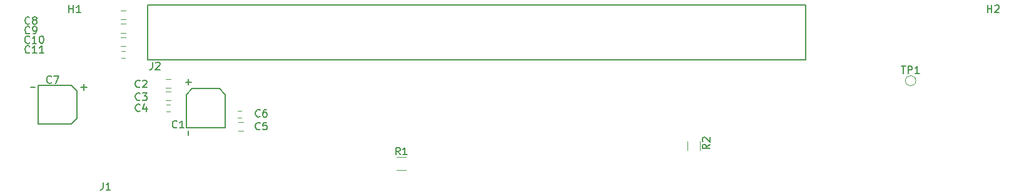
<source format=gbr>
G04 #@! TF.GenerationSoftware,KiCad,Pcbnew,(5.1.5)-3*
G04 #@! TF.CreationDate,2021-02-17T14:45:42+01:00*
G04 #@! TF.ProjectId,riser leopard 1OU,72697365-7220-46c6-956f-706172642031,rev?*
G04 #@! TF.SameCoordinates,PX4a62f80PY5f5e100*
G04 #@! TF.FileFunction,Legend,Top*
G04 #@! TF.FilePolarity,Positive*
%FSLAX46Y46*%
G04 Gerber Fmt 4.6, Leading zero omitted, Abs format (unit mm)*
G04 Created by KiCad (PCBNEW (5.1.5)-3) date 2021-02-17 14:45:42*
%MOMM*%
%LPD*%
G04 APERTURE LIST*
%ADD10C,0.150000*%
%ADD11C,0.120000*%
G04 APERTURE END LIST*
D10*
X9900000Y4790000D02*
X98900000Y4790000D01*
X98900000Y-2710000D02*
X98900000Y4790000D01*
X9900000Y-2710000D02*
X98900000Y-2710000D01*
X9900000Y4790000D02*
X9900000Y-2710000D01*
D11*
X44800420Y-17669600D02*
X43600420Y-17669600D01*
X43600420Y-15909600D02*
X44800420Y-15909600D01*
X84667840Y-13758880D02*
X84667840Y-14958880D01*
X82907840Y-14958880D02*
X82907840Y-13758880D01*
X12299300Y-5274900D02*
X12999300Y-5274900D01*
X12999300Y-6474900D02*
X12299300Y-6474900D01*
X12999300Y-8189400D02*
X12299300Y-8189400D01*
X12299300Y-6989400D02*
X12999300Y-6989400D01*
X12899300Y-8757700D02*
X12399300Y-8757700D01*
X12399300Y-9697700D02*
X12899300Y-9697700D01*
X22845100Y-12363000D02*
X22145100Y-12363000D01*
X22145100Y-11163000D02*
X22845100Y-11163000D01*
X22541900Y-9616600D02*
X22041900Y-9616600D01*
X22041900Y-10556600D02*
X22541900Y-10556600D01*
X6234280Y2183932D02*
X6934280Y2183932D01*
X6934280Y983932D02*
X6234280Y983932D01*
X6921580Y-854254D02*
X6221580Y-854254D01*
X6221580Y345746D02*
X6921580Y345746D01*
X6298720Y-2417440D02*
X6798720Y-2417440D01*
X6798720Y-1477440D02*
X6298720Y-1477440D01*
D10*
X15399600Y-6115400D02*
X15399600Y-5315400D01*
X14999600Y-5715400D02*
X15799600Y-5715400D01*
X20399600Y-11915400D02*
X15099600Y-11915400D01*
X20399600Y-7415400D02*
X19599600Y-6615400D01*
X15399600Y-12915400D02*
X15399600Y-12315400D01*
X15099600Y-7415400D02*
X15899600Y-6615400D01*
X20399600Y-11915400D02*
X20399600Y-7415400D01*
X19599600Y-6615400D02*
X15899600Y-6615400D01*
X15099600Y-11915400D02*
X15099600Y-7415400D01*
X-4968720Y-6125960D02*
X-468720Y-6125960D01*
X331280Y-10625960D02*
X331280Y-6925960D01*
X-4968720Y-11425960D02*
X-468720Y-11425960D01*
X-468720Y-6125960D02*
X331280Y-6925960D01*
X-5968720Y-6425960D02*
X-5368720Y-6425960D01*
X-468720Y-11425960D02*
X331280Y-10625960D01*
X-4968720Y-11425960D02*
X-4968720Y-6125960D01*
X1231280Y-6025960D02*
X1231280Y-6825960D01*
X831280Y-6425960D02*
X1631280Y-6425960D01*
D11*
X6934280Y2822120D02*
X6234280Y2822120D01*
X6234280Y4022120D02*
X6934280Y4022120D01*
X113842620Y-5534920D02*
G75*
G03X113842620Y-5534920I-700000J0D01*
G01*
D10*
X10541666Y-3002380D02*
X10541666Y-3716666D01*
X10494047Y-3859523D01*
X10398809Y-3954761D01*
X10255952Y-4002380D01*
X10160714Y-4002380D01*
X10970238Y-3097619D02*
X11017857Y-3050000D01*
X11113095Y-3002380D01*
X11351190Y-3002380D01*
X11446428Y-3050000D01*
X11494047Y-3097619D01*
X11541666Y-3192857D01*
X11541666Y-3288095D01*
X11494047Y-3430952D01*
X10922619Y-4002380D01*
X11541666Y-4002380D01*
X44033753Y-15591980D02*
X43700420Y-15115790D01*
X43462324Y-15591980D02*
X43462324Y-14591980D01*
X43843277Y-14591980D01*
X43938515Y-14639600D01*
X43986134Y-14687219D01*
X44033753Y-14782457D01*
X44033753Y-14925314D01*
X43986134Y-15020552D01*
X43938515Y-15068171D01*
X43843277Y-15115790D01*
X43462324Y-15115790D01*
X44986134Y-15591980D02*
X44414705Y-15591980D01*
X44700420Y-15591980D02*
X44700420Y-14591980D01*
X44605181Y-14734838D01*
X44509943Y-14830076D01*
X44414705Y-14877695D01*
X85952380Y-14166666D02*
X85476190Y-14500000D01*
X85952380Y-14738095D02*
X84952380Y-14738095D01*
X84952380Y-14357142D01*
X85000000Y-14261904D01*
X85047619Y-14214285D01*
X85142857Y-14166666D01*
X85285714Y-14166666D01*
X85380952Y-14214285D01*
X85428571Y-14261904D01*
X85476190Y-14357142D01*
X85476190Y-14738095D01*
X85047619Y-13785714D02*
X85000000Y-13738095D01*
X84952380Y-13642857D01*
X84952380Y-13404761D01*
X85000000Y-13309523D01*
X85047619Y-13261904D01*
X85142857Y-13214285D01*
X85238095Y-13214285D01*
X85380952Y-13261904D01*
X85952380Y-13833333D01*
X85952380Y-13214285D01*
X8833333Y-6357142D02*
X8785714Y-6404761D01*
X8642857Y-6452380D01*
X8547619Y-6452380D01*
X8404761Y-6404761D01*
X8309523Y-6309523D01*
X8261904Y-6214285D01*
X8214285Y-6023809D01*
X8214285Y-5880952D01*
X8261904Y-5690476D01*
X8309523Y-5595238D01*
X8404761Y-5500000D01*
X8547619Y-5452380D01*
X8642857Y-5452380D01*
X8785714Y-5500000D01*
X8833333Y-5547619D01*
X9214285Y-5547619D02*
X9261904Y-5500000D01*
X9357142Y-5452380D01*
X9595238Y-5452380D01*
X9690476Y-5500000D01*
X9738095Y-5547619D01*
X9785714Y-5642857D01*
X9785714Y-5738095D01*
X9738095Y-5880952D01*
X9166666Y-6452380D01*
X9785714Y-6452380D01*
X8833333Y-8107142D02*
X8785714Y-8154761D01*
X8642857Y-8202380D01*
X8547619Y-8202380D01*
X8404761Y-8154761D01*
X8309523Y-8059523D01*
X8261904Y-7964285D01*
X8214285Y-7773809D01*
X8214285Y-7630952D01*
X8261904Y-7440476D01*
X8309523Y-7345238D01*
X8404761Y-7250000D01*
X8547619Y-7202380D01*
X8642857Y-7202380D01*
X8785714Y-7250000D01*
X8833333Y-7297619D01*
X9166666Y-7202380D02*
X9785714Y-7202380D01*
X9452380Y-7583333D01*
X9595238Y-7583333D01*
X9690476Y-7630952D01*
X9738095Y-7678571D01*
X9785714Y-7773809D01*
X9785714Y-8011904D01*
X9738095Y-8107142D01*
X9690476Y-8154761D01*
X9595238Y-8202380D01*
X9309523Y-8202380D01*
X9214285Y-8154761D01*
X9166666Y-8107142D01*
X8833333Y-9607142D02*
X8785714Y-9654761D01*
X8642857Y-9702380D01*
X8547619Y-9702380D01*
X8404761Y-9654761D01*
X8309523Y-9559523D01*
X8261904Y-9464285D01*
X8214285Y-9273809D01*
X8214285Y-9130952D01*
X8261904Y-8940476D01*
X8309523Y-8845238D01*
X8404761Y-8750000D01*
X8547619Y-8702380D01*
X8642857Y-8702380D01*
X8785714Y-8750000D01*
X8833333Y-8797619D01*
X9690476Y-9035714D02*
X9690476Y-9702380D01*
X9452380Y-8654761D02*
X9214285Y-9369047D01*
X9833333Y-9369047D01*
X25083333Y-12107142D02*
X25035714Y-12154761D01*
X24892857Y-12202380D01*
X24797619Y-12202380D01*
X24654761Y-12154761D01*
X24559523Y-12059523D01*
X24511904Y-11964285D01*
X24464285Y-11773809D01*
X24464285Y-11630952D01*
X24511904Y-11440476D01*
X24559523Y-11345238D01*
X24654761Y-11250000D01*
X24797619Y-11202380D01*
X24892857Y-11202380D01*
X25035714Y-11250000D01*
X25083333Y-11297619D01*
X25988095Y-11202380D02*
X25511904Y-11202380D01*
X25464285Y-11678571D01*
X25511904Y-11630952D01*
X25607142Y-11583333D01*
X25845238Y-11583333D01*
X25940476Y-11630952D01*
X25988095Y-11678571D01*
X26035714Y-11773809D01*
X26035714Y-12011904D01*
X25988095Y-12107142D01*
X25940476Y-12154761D01*
X25845238Y-12202380D01*
X25607142Y-12202380D01*
X25511904Y-12154761D01*
X25464285Y-12107142D01*
X25083333Y-10357142D02*
X25035714Y-10404761D01*
X24892857Y-10452380D01*
X24797619Y-10452380D01*
X24654761Y-10404761D01*
X24559523Y-10309523D01*
X24511904Y-10214285D01*
X24464285Y-10023809D01*
X24464285Y-9880952D01*
X24511904Y-9690476D01*
X24559523Y-9595238D01*
X24654761Y-9500000D01*
X24797619Y-9452380D01*
X24892857Y-9452380D01*
X25035714Y-9500000D01*
X25083333Y-9547619D01*
X25940476Y-9452380D02*
X25750000Y-9452380D01*
X25654761Y-9500000D01*
X25607142Y-9547619D01*
X25511904Y-9690476D01*
X25464285Y-9880952D01*
X25464285Y-10261904D01*
X25511904Y-10357142D01*
X25559523Y-10404761D01*
X25654761Y-10452380D01*
X25845238Y-10452380D01*
X25940476Y-10404761D01*
X25988095Y-10357142D01*
X26035714Y-10261904D01*
X26035714Y-10023809D01*
X25988095Y-9928571D01*
X25940476Y-9880952D01*
X25845238Y-9833333D01*
X25654761Y-9833333D01*
X25559523Y-9880952D01*
X25511904Y-9928571D01*
X25464285Y-10023809D01*
X-6091667Y942858D02*
X-6139286Y895239D01*
X-6282143Y847620D01*
X-6377381Y847620D01*
X-6520239Y895239D01*
X-6615477Y990477D01*
X-6663096Y1085715D01*
X-6710715Y1276191D01*
X-6710715Y1419048D01*
X-6663096Y1609524D01*
X-6615477Y1704762D01*
X-6520239Y1800000D01*
X-6377381Y1847620D01*
X-6282143Y1847620D01*
X-6139286Y1800000D01*
X-6091667Y1752381D01*
X-5615477Y847620D02*
X-5425000Y847620D01*
X-5329762Y895239D01*
X-5282143Y942858D01*
X-5186905Y1085715D01*
X-5139286Y1276191D01*
X-5139286Y1657143D01*
X-5186905Y1752381D01*
X-5234524Y1800000D01*
X-5329762Y1847620D01*
X-5520239Y1847620D01*
X-5615477Y1800000D01*
X-5663096Y1752381D01*
X-5710715Y1657143D01*
X-5710715Y1419048D01*
X-5663096Y1323810D01*
X-5615477Y1276191D01*
X-5520239Y1228572D01*
X-5329762Y1228572D01*
X-5234524Y1276191D01*
X-5186905Y1323810D01*
X-5139286Y1419048D01*
X-6117858Y-357142D02*
X-6165477Y-404761D01*
X-6308334Y-452380D01*
X-6403572Y-452380D01*
X-6546429Y-404761D01*
X-6641667Y-309523D01*
X-6689286Y-214285D01*
X-6736905Y-23809D01*
X-6736905Y119048D01*
X-6689286Y309524D01*
X-6641667Y404762D01*
X-6546429Y500000D01*
X-6403572Y547620D01*
X-6308334Y547620D01*
X-6165477Y500000D01*
X-6117858Y452381D01*
X-5165477Y-452380D02*
X-5736905Y-452380D01*
X-5451191Y-452380D02*
X-5451191Y547620D01*
X-5546429Y404762D01*
X-5641667Y309524D01*
X-5736905Y261905D01*
X-4546429Y547620D02*
X-4451191Y547620D01*
X-4355953Y500000D01*
X-4308334Y452381D01*
X-4260715Y357143D01*
X-4213096Y166667D01*
X-4213096Y-71428D01*
X-4260715Y-261904D01*
X-4308334Y-357142D01*
X-4355953Y-404761D01*
X-4451191Y-452380D01*
X-4546429Y-452380D01*
X-4641667Y-404761D01*
X-4689286Y-357142D01*
X-4736905Y-261904D01*
X-4784524Y-71428D01*
X-4784524Y166667D01*
X-4736905Y357143D01*
X-4689286Y452381D01*
X-4641667Y500000D01*
X-4546429Y547620D01*
X-6092858Y-1682142D02*
X-6140477Y-1729761D01*
X-6283334Y-1777380D01*
X-6378572Y-1777380D01*
X-6521429Y-1729761D01*
X-6616667Y-1634523D01*
X-6664286Y-1539285D01*
X-6711905Y-1348809D01*
X-6711905Y-1205952D01*
X-6664286Y-1015476D01*
X-6616667Y-920238D01*
X-6521429Y-825000D01*
X-6378572Y-777380D01*
X-6283334Y-777380D01*
X-6140477Y-825000D01*
X-6092858Y-872619D01*
X-5140477Y-1777380D02*
X-5711905Y-1777380D01*
X-5426191Y-1777380D02*
X-5426191Y-777380D01*
X-5521429Y-920238D01*
X-5616667Y-1015476D01*
X-5711905Y-1063095D01*
X-4188096Y-1777380D02*
X-4759524Y-1777380D01*
X-4473810Y-1777380D02*
X-4473810Y-777380D01*
X-4569048Y-920238D01*
X-4664286Y-1015476D01*
X-4759524Y-1063095D01*
X13833333Y-11857142D02*
X13785714Y-11904761D01*
X13642857Y-11952380D01*
X13547619Y-11952380D01*
X13404761Y-11904761D01*
X13309523Y-11809523D01*
X13261904Y-11714285D01*
X13214285Y-11523809D01*
X13214285Y-11380952D01*
X13261904Y-11190476D01*
X13309523Y-11095238D01*
X13404761Y-11000000D01*
X13547619Y-10952380D01*
X13642857Y-10952380D01*
X13785714Y-11000000D01*
X13833333Y-11047619D01*
X14785714Y-11952380D02*
X14214285Y-11952380D01*
X14500000Y-11952380D02*
X14500000Y-10952380D01*
X14404761Y-11095238D01*
X14309523Y-11190476D01*
X14214285Y-11238095D01*
X-3159267Y-5773462D02*
X-3206886Y-5821081D01*
X-3349743Y-5868700D01*
X-3444981Y-5868700D01*
X-3587839Y-5821081D01*
X-3683077Y-5725843D01*
X-3730696Y-5630605D01*
X-3778315Y-5440129D01*
X-3778315Y-5297272D01*
X-3730696Y-5106796D01*
X-3683077Y-5011558D01*
X-3587839Y-4916320D01*
X-3444981Y-4868700D01*
X-3349743Y-4868700D01*
X-3206886Y-4916320D01*
X-3159267Y-4963939D01*
X-2825934Y-4868700D02*
X-2159267Y-4868700D01*
X-2587839Y-5868700D01*
X123538095Y3747620D02*
X123538095Y4747620D01*
X123538095Y4271429D02*
X124109523Y4271429D01*
X124109523Y3747620D02*
X124109523Y4747620D01*
X124538095Y4652381D02*
X124585714Y4700000D01*
X124680952Y4747620D01*
X124919047Y4747620D01*
X125014285Y4700000D01*
X125061904Y4652381D01*
X125109523Y4557143D01*
X125109523Y4461905D01*
X125061904Y4319048D01*
X124490476Y3747620D01*
X125109523Y3747620D01*
X-6091667Y2242858D02*
X-6139286Y2195239D01*
X-6282143Y2147620D01*
X-6377381Y2147620D01*
X-6520239Y2195239D01*
X-6615477Y2290477D01*
X-6663096Y2385715D01*
X-6710715Y2576191D01*
X-6710715Y2719048D01*
X-6663096Y2909524D01*
X-6615477Y3004762D01*
X-6520239Y3100000D01*
X-6377381Y3147620D01*
X-6282143Y3147620D01*
X-6139286Y3100000D01*
X-6091667Y3052381D01*
X-5520239Y2719048D02*
X-5615477Y2766667D01*
X-5663096Y2814286D01*
X-5710715Y2909524D01*
X-5710715Y2957143D01*
X-5663096Y3052381D01*
X-5615477Y3100000D01*
X-5520239Y3147620D01*
X-5329762Y3147620D01*
X-5234524Y3100000D01*
X-5186905Y3052381D01*
X-5139286Y2957143D01*
X-5139286Y2909524D01*
X-5186905Y2814286D01*
X-5234524Y2766667D01*
X-5329762Y2719048D01*
X-5520239Y2719048D01*
X-5615477Y2671429D01*
X-5663096Y2623810D01*
X-5710715Y2528572D01*
X-5710715Y2338096D01*
X-5663096Y2242858D01*
X-5615477Y2195239D01*
X-5520239Y2147620D01*
X-5329762Y2147620D01*
X-5234524Y2195239D01*
X-5186905Y2242858D01*
X-5139286Y2338096D01*
X-5139286Y2528572D01*
X-5186905Y2623810D01*
X-5234524Y2671429D01*
X-5329762Y2719048D01*
X111880715Y-3539300D02*
X112452143Y-3539300D01*
X112166429Y-4539300D02*
X112166429Y-3539300D01*
X112785477Y-4539300D02*
X112785477Y-3539300D01*
X113166429Y-3539300D01*
X113261667Y-3586920D01*
X113309286Y-3634539D01*
X113356905Y-3729777D01*
X113356905Y-3872634D01*
X113309286Y-3967872D01*
X113261667Y-4015491D01*
X113166429Y-4063110D01*
X112785477Y-4063110D01*
X114309286Y-4539300D02*
X113737858Y-4539300D01*
X114023572Y-4539300D02*
X114023572Y-3539300D01*
X113928334Y-3682158D01*
X113833096Y-3777396D01*
X113737858Y-3825015D01*
X3828766Y-19353080D02*
X3828766Y-20067366D01*
X3781147Y-20210223D01*
X3685909Y-20305461D01*
X3543052Y-20353080D01*
X3447814Y-20353080D01*
X4828766Y-20353080D02*
X4257338Y-20353080D01*
X4543052Y-20353080D02*
X4543052Y-19353080D01*
X4447814Y-19495938D01*
X4352576Y-19591176D01*
X4257338Y-19638795D01*
X-761905Y3747620D02*
X-761905Y4747620D01*
X-761905Y4271429D02*
X-190477Y4271429D01*
X-190477Y3747620D02*
X-190477Y4747620D01*
X809523Y3747620D02*
X238095Y3747620D01*
X523809Y3747620D02*
X523809Y4747620D01*
X428571Y4604762D01*
X333333Y4509524D01*
X238095Y4461905D01*
M02*

</source>
